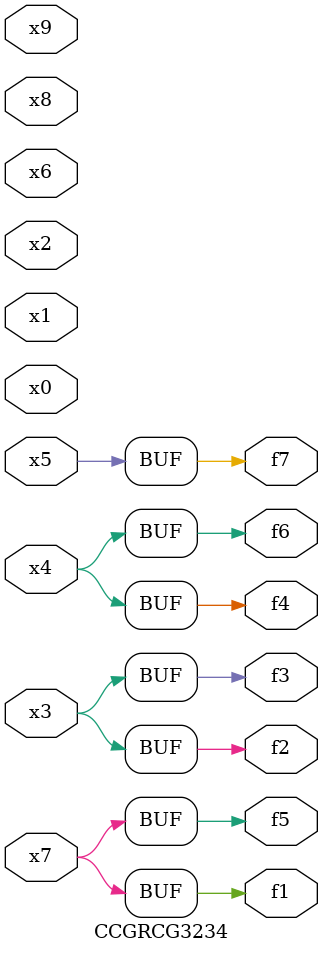
<source format=v>
module CCGRCG3234(
	input x0, x1, x2, x3, x4, x5, x6, x7, x8, x9,
	output f1, f2, f3, f4, f5, f6, f7
);
	assign f1 = x7;
	assign f2 = x3;
	assign f3 = x3;
	assign f4 = x4;
	assign f5 = x7;
	assign f6 = x4;
	assign f7 = x5;
endmodule

</source>
